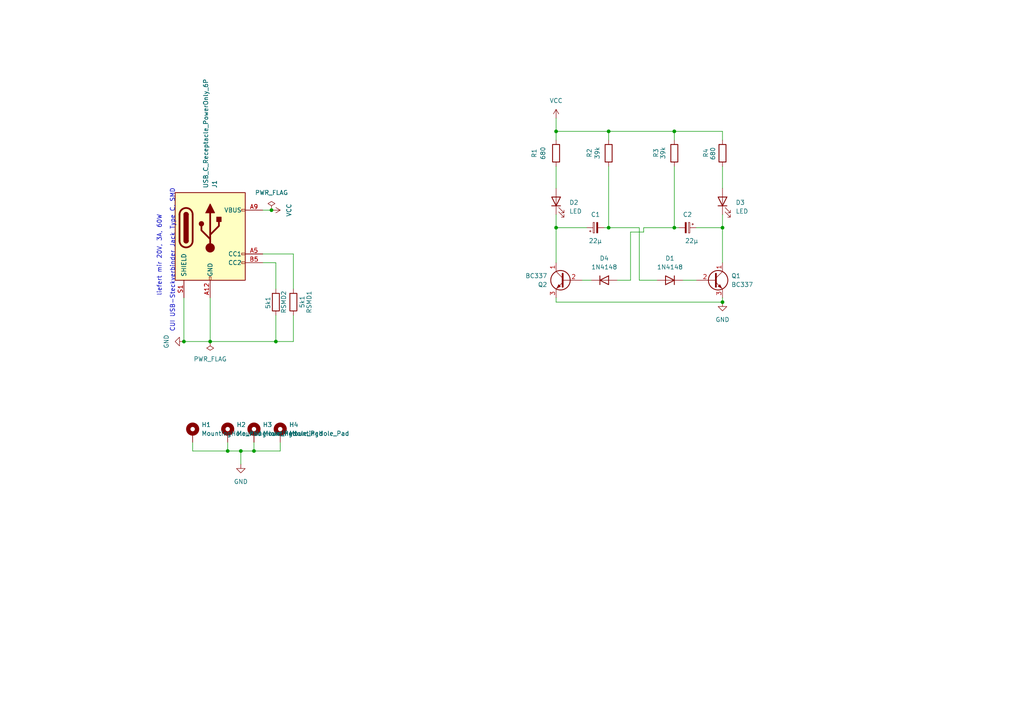
<source format=kicad_sch>
(kicad_sch (version 20250114) (generator "eeschema") (generator_version "9.0")
  (paper "A4")
  (lib_symbols
    (symbol "Connector:USB_C_Receptacle_PowerOnly_6P" (pin_names (offset 1.016))
      (property "Reference" "J" (at 0 16.51 0))
      (property "Value" "USB_C_Receptacle_PowerOnly_6P" (at 0 13.97 0))
      (symbol "USB_C_Receptacle_PowerOnly_6P_0_0"
        (rectangle (start -0.254 -12.7) (end 0.254 -11.684))
        (rectangle (start 10.16 7.874) (end 9.144 7.366))
        (rectangle (start 10.16 -4.826) (end 9.144 -5.334))
        (rectangle (start 10.16 -7.366) (end 9.144 -7.874))
      )
      (symbol "USB_C_Receptacle_PowerOnly_6P_0_1"
        (rectangle (start -10.16 12.7) (end 10.16 -12.7) (stroke (width 0.254)) (fill (type background)))
        (polyline (pts (xy -8.89 -1.27) (xy -8.89 6.35)) (stroke (width 0.508)))
        (rectangle (start -7.62 -1.27) (end -6.35 6.35) (stroke (width 0.254)) (fill (type outline)))
        (arc (start -7.62 6.35) (mid -6.985 6.9823) (end -6.35 6.35) (stroke (width 0.254)))
        (arc (start -7.62 6.35) (mid -6.985 6.9823) (end -6.35 6.35) (stroke (width 0.254)) (fill (type outline)))
        (arc (start -8.89 6.35) (mid -6.985 8.2467) (end -5.08 6.35) (stroke (width 0.508)))
        (arc (start -5.08 -1.27) (mid -6.985 -3.1667) (end -8.89 -1.27) (stroke (width 0.508)))
        (arc (start -6.35 -1.27) (mid -6.985 -1.9023) (end -7.62 -1.27) (stroke (width 0.254)))
        (arc (start -6.35 -1.27) (mid -6.985 -1.9023) (end -7.62 -1.27) (stroke (width 0.254)) (fill (type outline)))
        (polyline (pts (xy -5.08 6.35) (xy -5.08 -1.27)) (stroke (width 0.508)))
        (circle (center -2.54 3.683) (radius 0.635) (stroke (width 0.254)) (fill (type outline)))
        (polyline (pts (xy -1.27 6.858) (xy 0 9.398) (xy 1.27 6.858) (xy -1.27 6.858)) (stroke (width 0.254)) (fill (type outline)))
        (polyline (pts (xy 0 0.508) (xy 2.54 3.048) (xy 2.54 4.318)) (stroke (width 0.508)))
        (polyline (pts (xy 0 -0.762) (xy -2.54 1.778) (xy -2.54 3.048)) (stroke (width 0.508)))
        (polyline (pts (xy 0 -3.302) (xy 0 6.858)) (stroke (width 0.508)))
        (circle (center 0 -3.302) (radius 1.27) (fill (type outline)))
        (rectangle (start 1.905 4.318) (end 3.175 5.588) (stroke (width 0.254)) (fill (type outline)))
      )
      (symbol "USB_C_Receptacle_PowerOnly_6P_1_1"
        (pin passive line (at -7.62 -17.78 90) (length 5.08) (name "SHIELD") (number "S1"))
        (pin passive line (at 0 -17.78 90) (length 5.08) (name "GND") (number "A12"))
        (pin passive line (at 0 -17.78 90) (length 5.08) (hide yes) (name "GND") (number "B12"))
        (pin passive line (at 15.24 7.62 180) (length 5.08) (name "VBUS") (number "A9"))
        (pin passive line (at 15.24 7.62 180) (length 5.08) (hide yes) (name "VBUS") (number "B9"))
        (pin bidirectional line (at 15.24 -5.08 180) (length 5.08) (name "CC1") (number "A5"))
        (pin bidirectional line (at 15.24 -7.62 180) (length 5.08) (name "CC2") (number "B5"))
      )
    )
    (symbol "Device:C_Polarized_Small" (pin_numbers (hide yes)) (pin_names (offset 0.254) (hide yes))
      (property "Reference" "C" (at 0.254 1.778 0))
      (property "Value" "C_Polarized_Small" (at 0.254 -2.032 0))
      (symbol "C_Polarized_Small_0_1"
        (rectangle (start -1.524 0.6858) (end 1.524 0.3048))
        (rectangle (start -1.524 -0.3048) (end 1.524 -0.6858) (fill (type outline)))
        (polyline (pts (xy -1.27 1.524) (xy -0.762 1.524)))
        (polyline (pts (xy -1.016 1.27) (xy -1.016 1.778)))
      )
      (symbol "C_Polarized_Small_1_1"
        (pin passive line (at 0 2.54 270) (length 1.8542) (name "~") (number "1"))
        (pin passive line (at 0 -2.54 90) (length 1.8542) (name "~") (number "2"))
      )
    )
    (symbol "Device:LED" (pin_numbers (hide yes)) (pin_names (offset 1.016) (hide yes))
      (property "Reference" "D" (at 0 2.54 0))
      (property "Value" "LED" (at 0 -2.54 0))
      (symbol "LED_0_1"
        (polyline (pts (xy -3.048 -0.762) (xy -4.572 -2.286) (xy -3.81 -2.286) (xy -4.572 -2.286) (xy -4.572 -1.524)))
        (polyline (pts (xy -1.778 -0.762) (xy -3.302 -2.286) (xy -2.54 -2.286) (xy -3.302 -2.286) (xy -3.302 -1.524)))
        (polyline (pts (xy -1.27 0) (xy 1.27 0)))
        (polyline (pts (xy -1.27 -1.27) (xy -1.27 1.27)) (stroke (width 0.254)))
        (polyline (pts (xy 1.27 -1.27) (xy 1.27 1.27) (xy -1.27 0) (xy 1.27 -1.27)) (stroke (width 0.254)))
      )
      (symbol "LED_1_1"
        (pin passive line (at -3.81 0 0) (length 2.54) (name "K") (number "1"))
        (pin passive line (at 3.81 0 180) (length 2.54) (name "A") (number "2"))
      )
    )
    (symbol "Device:R" (pin_numbers (hide yes)) (pin_names (offset 0))
      (property "Reference" "R" (at 2.032 0 90))
      (property "Value" "R" (at 0 0 90))
      (symbol "R_0_1"
        (rectangle (start -1.016 -2.54) (end 1.016 2.54) (stroke (width 0.254)))
      )
      (symbol "R_1_1"
        (pin passive line (at 0 3.81 270) (length 1.27) (name "~") (number "1"))
        (pin passive line (at 0 -3.81 90) (length 1.27) (name "~") (number "2"))
      )
    )
    (symbol "Diode:1N4148" (pin_numbers (hide yes)) (pin_names (hide yes))
      (property "Reference" "D" (at 0 2.54 0))
      (property "Value" "1N4148" (at 0 -2.54 0))
      (symbol "1N4148_0_1"
        (polyline (pts (xy -1.27 1.27) (xy -1.27 -1.27)) (stroke (width 0.254)))
        (polyline (pts (xy 1.27 1.27) (xy 1.27 -1.27) (xy -1.27 0) (xy 1.27 1.27)) (stroke (width 0.254)))
        (polyline (pts (xy 1.27 0) (xy -1.27 0)))
      )
      (symbol "1N4148_1_1"
        (pin passive line (at -3.81 0 0) (length 2.54) (name "K") (number "1"))
        (pin passive line (at 3.81 0 180) (length 2.54) (name "A") (number "2"))
      )
    )
    (symbol "Mechanical:MountingHole_Pad" (pin_numbers (hide yes)) (pin_names (offset 1.016) (hide yes))
      (property "Reference" "H" (at 0 6.35 0))
      (property "Value" "MountingHole_Pad" (at 0 4.445 0))
      (symbol "MountingHole_Pad_0_1"
        (circle (center 0 1.27) (radius 1.27) (stroke (width 1.27)))
      )
      (symbol "MountingHole_Pad_1_1"
        (pin input line (at 0 -2.54 90) (length 2.54) (name "1") (number "1"))
      )
    )
    (symbol "Transistor_BJT:BC337" (pin_names (offset 0) (hide yes))
      (property "Reference" "Q" (at 5.08 1.905 0))
      (property "Value" "BC337" (at 5.08 0 0))
      (symbol "BC337_0_1"
        (polyline (pts (xy 0 0) (xy 0.635 0)))
        (polyline (pts (xy 0.635 1.905) (xy 0.635 -1.905) (xy 0.635 -1.905)) (stroke (width 0.508)))
        (polyline (pts (xy 0.635 0.635) (xy 2.54 2.54)))
        (polyline (pts (xy 0.635 -0.635) (xy 2.54 -2.54) (xy 2.54 -2.54)))
        (circle (center 1.27 0) (radius 2.8194) (stroke (width 0.254)))
        (polyline (pts (xy 1.27 -1.778) (xy 1.778 -1.27) (xy 2.286 -2.286) (xy 1.27 -1.778) (xy 1.27 -1.778)) (fill (type outline)))
      )
      (symbol "BC337_1_1"
        (pin input line (at -5.08 0 0) (length 5.08) (name "B") (number "2"))
        (pin passive line (at 2.54 5.08 270) (length 2.54) (name "C") (number "1"))
        (pin passive line (at 2.54 -5.08 90) (length 2.54) (name "E") (number "3"))
      )
    )
    (symbol "power:GND" (power) (pin_numbers (hide yes)) (pin_names (offset 0) (hide yes))
      (property "Value" "GND" (at 0 -3.81 0))
      (symbol "GND_0_1"
        (polyline (pts (xy 0 0) (xy 0 -1.27) (xy 1.27 -1.27) (xy 0 -2.54) (xy -1.27 -1.27) (xy 0 -1.27)))
      )
      (symbol "GND_1_1"
        (pin power_in line (at 0 0 270) (length 0) (name "~") (number "1"))
      )
    )
    (symbol "power:PWR_FLAG" (power) (pin_numbers (hide yes)) (pin_names (offset 0) (hide yes))
      (property "Value" "PWR_FLAG" (at 0 3.81 0))
      (symbol "PWR_FLAG_0_0"
        (pin power_out line (at 0 0 90) (length 0) (name "pwr") (number "1"))
      )
      (symbol "PWR_FLAG_0_1"
        (polyline (pts (xy 0 0) (xy 0 1.27) (xy -1.016 1.905) (xy 0 2.54) (xy 1.016 1.905) (xy 0 1.27)))
      )
    )
    (symbol "power:VCC" (power) (pin_names (offset 0))
      (property "Value" "VCC" (at 0 3.81 0))
      (symbol "VCC_0_1"
        (polyline (pts (xy -0.762 1.27) (xy 0 2.54)))
        (polyline (pts (xy 0 2.54) (xy 0.762 1.27)))
        (polyline (pts (xy 0 0) (xy 0 2.54)))
      )
      (symbol "VCC_1_1"
        (pin power_in line (at 0 0 90) (length 0) (hide yes) (name "VCC") (number "1"))
      )
    )
  )
  (text "liefert mir 20V, 3A, 60W" (at 46.99 62.23 90) (effects (font (size 1.27 1.27)) (justify right bottom)))
  (text "CUI USB-Steckverbinder Jack Type C, SMD" (at 50.8 54.61 90) (effects (font (size 1.27 1.27)) (justify right bottom)))
  (junction (at 161.29 38.1))
  (junction (at 80.01 99.06))
  (junction (at 176.53 38.1))
  (junction (at 60.96 99.06))
  (junction (at 66.04 130.81))
  (junction (at 161.29 66.04))
  (junction (at 78.74 60.96))
  (junction (at 209.55 66.04))
  (junction (at 69.85 130.81))
  (junction (at 195.58 66.04))
  (junction (at 209.55 87.63))
  (junction (at 73.66 130.81))
  (junction (at 176.53 66.04))
  (junction (at 195.58 38.1))
  (junction (at 53.34 99.06))
  (wire (pts (xy 182.88 81.28) (xy 182.88 67.31)))
  (wire (pts (xy 73.66 130.81) (xy 81.28 130.81)))
  (wire (pts (xy 81.28 130.81) (xy 81.28 128.27)))
  (wire (pts (xy 209.55 66.04) (xy 209.55 76.2)))
  (wire (pts (xy 195.58 38.1) (xy 195.58 40.64)))
  (wire (pts (xy 66.04 128.27) (xy 66.04 130.81)))
  (wire (pts (xy 161.29 87.63) (xy 209.55 87.63)))
  (wire (pts (xy 85.09 99.06) (xy 80.01 99.06)))
  (wire (pts (xy 175.26 66.04) (xy 176.53 66.04)))
  (wire (pts (xy 60.96 99.06) (xy 53.34 99.06)))
  (wire (pts (xy 168.91 81.28) (xy 171.45 81.28)))
  (wire (pts (xy 85.09 91.44) (xy 85.09 99.06)))
  (wire (pts (xy 195.58 48.26) (xy 195.58 66.04)))
  (wire (pts (xy 66.04 130.81) (xy 69.85 130.81)))
  (wire (pts (xy 170.18 66.04) (xy 161.29 66.04)))
  (wire (pts (xy 161.29 34.29) (xy 161.29 38.1)))
  (wire (pts (xy 195.58 66.04) (xy 196.85 66.04)))
  (wire (pts (xy 209.55 40.64) (xy 209.55 38.1)))
  (wire (pts (xy 209.55 48.26) (xy 209.55 54.61)))
  (wire (pts (xy 182.88 67.31) (xy 186.69 67.31)))
  (wire (pts (xy 53.34 86.36) (xy 53.34 99.06)))
  (wire (pts (xy 80.01 83.82) (xy 80.01 76.2)))
  (wire (pts (xy 186.69 66.04) (xy 195.58 66.04)))
  (wire (pts (xy 76.2 73.66) (xy 85.09 73.66)))
  (wire (pts (xy 176.53 48.26) (xy 176.53 66.04)))
  (wire (pts (xy 190.5 81.28) (xy 185.42 81.28)))
  (wire (pts (xy 85.09 73.66) (xy 85.09 83.82)))
  (wire (pts (xy 78.74 60.96) (xy 76.2 60.96)))
  (wire (pts (xy 209.55 62.23) (xy 209.55 66.04)))
  (wire (pts (xy 55.88 128.27) (xy 55.88 130.81)))
  (wire (pts (xy 80.01 91.44) (xy 80.01 99.06)))
  (wire (pts (xy 179.07 81.28) (xy 182.88 81.28)))
  (wire (pts (xy 161.29 62.23) (xy 161.29 66.04)))
  (wire (pts (xy 195.58 38.1) (xy 176.53 38.1)))
  (wire (pts (xy 80.01 99.06) (xy 60.96 99.06)))
  (wire (pts (xy 55.88 130.81) (xy 66.04 130.81)))
  (wire (pts (xy 201.93 66.04) (xy 209.55 66.04)))
  (wire (pts (xy 209.55 86.36) (xy 209.55 87.63)))
  (wire (pts (xy 198.12 81.28) (xy 201.93 81.28)))
  (wire (pts (xy 176.53 38.1) (xy 161.29 38.1)))
  (wire (pts (xy 161.29 48.26) (xy 161.29 54.61)))
  (wire (pts (xy 161.29 66.04) (xy 161.29 76.2)))
  (wire (pts (xy 161.29 86.36) (xy 161.29 87.63)))
  (wire (pts (xy 176.53 38.1) (xy 176.53 40.64)))
  (wire (pts (xy 176.53 66.04) (xy 185.42 66.04)))
  (wire (pts (xy 209.55 38.1) (xy 195.58 38.1)))
  (wire (pts (xy 185.42 81.28) (xy 185.42 66.04)))
  (wire (pts (xy 60.96 86.36) (xy 60.96 99.06)))
  (wire (pts (xy 80.01 76.2) (xy 76.2 76.2)))
  (wire (pts (xy 69.85 130.81) (xy 69.85 134.62)))
  (wire (pts (xy 186.69 67.31) (xy 186.69 66.04)))
  (wire (pts (xy 69.85 130.81) (xy 73.66 130.81)))
  (wire (pts (xy 161.29 38.1) (xy 161.29 40.64)))
  (wire (pts (xy 73.66 128.27) (xy 73.66 130.81)))
  (symbol (lib_id "Diode:1N4148") (at 175.26 81.28 0) (unit 1)
    (property "Reference" "D4" (at 175.26 74.93 0))
    (property "Value" "1N4148" (at 175.26 77.47 0))
    (property "Footprint" "Diode_THT:D_DO-35_SOD27_P7.62mm_Horizontal" (effects (hide yes)))
    (property "Datasheet" "https://assets.nexperia.com/documents/data-sheet/1N4148_1N4448.pdf" (effects (hide yes)))
    (property "Sim.Device" "D" (effects (hide yes)))
    (property "Sim.Pins" "1=K 2=A" (effects (hide yes)))
  )
  (symbol (lib_id "Device:R") (at 195.58 44.45 180) (unit 1)
    (property "Reference" "R3" (at 190.246 45.72 90) (effects (justify right)))
    (property "Value" "39k" (at 192.278 46.228 90) (effects (justify right)))
    (property "Footprint" "Resistor_THT:R_Axial_DIN0207_L6.3mm_D2.5mm_P10.16mm_Horizontal" (effects (hide yes)))
  )
  (symbol (lib_id "Mechanical:MountingHole_Pad") (at 81.28 125.73 0) (unit 1)
    (property "Reference" "H4" (at 83.82 123.1899 0) (effects (justify left)))
    (property "Value" "MountingHole_Pad" (at 83.82 125.7299 0) (effects (justify left)))
    (property "Footprint" "MountingHole:MountingHole_3.2mm_M3" (effects (hide yes)))
    (property "Description" "Mounting Hole with connection" (effects (hide yes)))
  )
  (symbol (lib_id "power:GND") (at 209.55 87.63 0) (unit 1)
    (property "Reference" "#PWR05" (effects (hide yes)))
    (property "Value" "GND" (at 209.55 92.71 0))
    (property "Description" "Power symbol creates a global label with name \"GND\" , ground" (effects (hide yes)))
  )
  (symbol (lib_id "Mechanical:MountingHole_Pad") (at 55.88 125.73 0) (unit 1)
    (property "Reference" "H1" (at 58.42 123.1899 0) (effects (justify left)))
    (property "Value" "MountingHole_Pad" (at 58.42 125.7299 0) (effects (justify left)))
    (property "Footprint" "MountingHole:MountingHole_3.2mm_M3" (effects (hide yes)))
    (property "Description" "Mounting Hole with connection" (effects (hide yes)))
  )
  (symbol (lib_id "Device:R") (at 176.53 44.45 0) (unit 1)
    (property "Reference" "R2" (at 170.942 45.72 90) (effects (justify left)))
    (property "Value" "39k" (at 173.228 46.228 90) (effects (justify left)))
    (property "Footprint" "Resistor_THT:R_Axial_DIN0207_L6.3mm_D2.5mm_P10.16mm_Horizontal" (effects (hide yes)))
  )
  (symbol (lib_id "Mechanical:MountingHole_Pad") (at 66.04 125.73 0) (unit 1)
    (property "Reference" "H2" (at 68.58 123.1899 0) (effects (justify left)))
    (property "Value" "MountingHole_Pad" (at 68.58 125.7299 0) (effects (justify left)))
    (property "Footprint" "MountingHole:MountingHole_3.2mm_M3" (effects (hide yes)))
    (property "Description" "Mounting Hole with connection" (effects (hide yes)))
  )
  (symbol (lib_id "Mechanical:MountingHole_Pad") (at 73.66 125.73 0) (unit 1)
    (property "Reference" "H3" (at 76.2 123.1899 0) (effects (justify left)))
    (property "Value" "MountingHole_Pad" (at 76.2 125.7299 0) (effects (justify left)))
    (property "Footprint" "MountingHole:MountingHole_3.2mm_M3" (effects (hide yes)))
    (property "Description" "Mounting Hole with connection" (effects (hide yes)))
  )
  (symbol (lib_id "power:GND") (at 69.85 134.62 0) (unit 1)
    (property "Reference" "#PWR02" (effects (hide yes)))
    (property "Value" "GND" (at 69.85 139.7 0))
    (property "Description" "Power symbol creates a global label with name \"GND\" , ground" (effects (hide yes)))
  )
  (symbol (lib_id "Device:C_Polarized_Small") (at 199.39 66.04 270) (unit 1)
    (property "Reference" "C2" (at 199.39 62.23 90))
    (property "Value" "22µ" (at 200.66 69.85 90))
    (property "Footprint" "Capacitor_THT:CP_Radial_D5.0mm_P2.50mm" (effects (hide yes)))
  )
  (symbol (lib_id "Device:LED") (at 209.55 58.42 90) (unit 1)
    (property "Reference" "D3" (at 213.36 58.7375 90) (effects (justify right)))
    (property "Value" "LED" (at 213.36 61.2775 90) (effects (justify right)))
    (property "Footprint" "LED_THT:LED_D3.0mm_FlatTop" (effects (hide yes)))
  )
  (symbol (lib_id "Diode:1N4148") (at 194.31 81.28 180) (unit 1)
    (property "Reference" "D1" (at 194.31 74.93 0))
    (property "Value" "1N4148" (at 194.31 77.47 0))
    (property "Footprint" "Diode_THT:D_DO-35_SOD27_P7.62mm_Horizontal" (effects (hide yes)))
    (property "Datasheet" "https://assets.nexperia.com/documents/data-sheet/1N4148_1N4448.pdf" (effects (hide yes)))
    (property "Sim.Device" "D" (effects (hide yes)))
    (property "Sim.Pins" "1=K 2=A" (effects (hide yes)))
  )
  (symbol (lib_id "power:PWR_FLAG") (at 60.96 99.06 180) (unit 1)
    (property "Reference" "#FLG02" (effects (hide yes)))
    (property "Value" "PWR_FLAG" (at 60.96 104.14 0))
  )
  (symbol (lib_id "Device:R") (at 85.09 87.63 180) (unit 1)
    (property "Reference" "RSMD1" (at 89.662 90.932 90) (effects (justify right)))
    (property "Value" "5k1" (at 87.63 89.408 90) (effects (justify right)))
    (property "Footprint" "Resistor_SMD:R_0805_2012Metric_Pad1.20x1.40mm_HandSolder" (effects (hide yes)))
  )
  (symbol (lib_id "Device:C_Polarized_Small") (at 172.72 66.04 90) (unit 1)
    (property "Reference" "C1" (at 172.72 62.23 90))
    (property "Value" "22µ" (at 172.72 69.85 90))
    (property "Footprint" "Capacitor_THT:CP_Radial_D5.0mm_P2.50mm" (effects (hide yes)))
  )
  (symbol (lib_id "power:PWR_FLAG") (at 78.74 60.96 0) (unit 1)
    (property "Reference" "#FLG01" (effects (hide yes)))
    (property "Value" "PWR_FLAG" (at 78.74 55.88 0))
  )
  (symbol (lib_id "power:VCC") (at 78.74 60.96 270) (unit 1)
    (property "Reference" "#PWR03" (effects (hide yes)))
    (property "Value" "VCC" (at 83.82 60.96 0))
  )
  (symbol (lib_id "Transistor_BJT:BC337") (at 207.01 81.28 0) (unit 1)
    (property "Reference" "Q1" (at 212.09 80.01 0) (effects (justify left)))
    (property "Value" "BC337" (at 212.09 82.55 0) (effects (justify left)))
    (property "Footprint" "Package_TO_SOT_THT:TO-92_Inline_Wide" (effects (hide yes)))
    (property "Datasheet" "https://diotec.com/tl_files/diotec/files/pdf/datasheets/bc337.pdf" (effects (hide yes)))
  )
  (symbol (lib_id "Device:R") (at 80.01 87.63 180) (unit 1)
    (property "Reference" "RSMD2" (at 82.296 90.932 90) (effects (justify right)))
    (property "Value" "5k1" (at 77.724 89.662 90) (effects (justify right)))
    (property "Footprint" "Resistor_SMD:R_0805_2012Metric_Pad1.20x1.40mm_HandSolder" (effects (hide yes)))
  )
  (symbol (lib_id "Device:R") (at 161.29 44.45 180) (unit 1)
    (property "Reference" "R1" (at 154.94 44.45 90))
    (property "Value" "680" (at 157.48 44.45 90))
    (property "Footprint" "Resistor_THT:R_Axial_DIN0207_L6.3mm_D2.5mm_P10.16mm_Horizontal" (effects (hide yes)))
  )
  (symbol (lib_id "power:GND") (at 53.34 99.06 270) (unit 1)
    (property "Reference" "#PWR04" (effects (hide yes)))
    (property "Value" "GND" (at 48.26 99.06 0))
    (property "Description" "Power symbol creates a global label with name \"GND\" , ground" (effects (hide yes)))
  )
  (symbol (lib_id "Device:R") (at 209.55 44.45 180) (unit 1)
    (property "Reference" "R4" (at 204.724 45.72 90) (effects (justify right)))
    (property "Value" "680" (at 206.756 46.482 90) (effects (justify right)))
    (property "Footprint" "Resistor_THT:R_Axial_DIN0207_L6.3mm_D2.5mm_P10.16mm_Horizontal" (effects (hide yes)))
  )
  (symbol (lib_id "Device:LED") (at 161.29 58.42 90) (unit 1)
    (property "Reference" "D2" (at 165.1 58.7375 90) (effects (justify right)))
    (property "Value" "LED" (at 165.1 61.2775 90) (effects (justify right)))
    (property "Footprint" "LED_THT:LED_D3.0mm_FlatTop" (effects (hide yes)))
  )
  (symbol (lib_id "Transistor_BJT:BC337") (at 163.83 81.28 0) (mirror y) (unit 1)
    (property "Reference" "Q2" (at 158.75 82.55 0) (effects (justify left)))
    (property "Value" "BC337" (at 158.75 80.01 0) (effects (justify left)))
    (property "Footprint" "Package_TO_SOT_THT:TO-92_Inline_Wide" (effects (hide yes)))
    (property "Datasheet" "https://diotec.com/tl_files/diotec/files/pdf/datasheets/bc337.pdf" (effects (hide yes)))
  )
  (symbol (lib_id "Connector:USB_C_Receptacle_PowerOnly_6P") (at 60.96 68.58 0) (unit 1)
    (property "Reference" "J1" (at 62.2301 54.61 90) (effects (justify left)))
    (property "Value" "USB_C_Receptacle_PowerOnly_6P" (at 59.6901 54.61 90) (effects (justify left)))
    (property "Datasheet" "https://www.usb.org/sites/default/files/documents/usb_type-c.zip" (effects (hide yes)))
    (property "Description" "USB Power-Only 6P Type-C Receptacle connector" (effects (hide yes)))
  )
  (symbol (lib_id "power:VCC") (at 161.29 34.29 0) (unit 1)
    (property "Reference" "#PWR01" (effects (hide yes)))
    (property "Value" "VCC" (at 161.29 29.21 0))
  )
)
</source>
